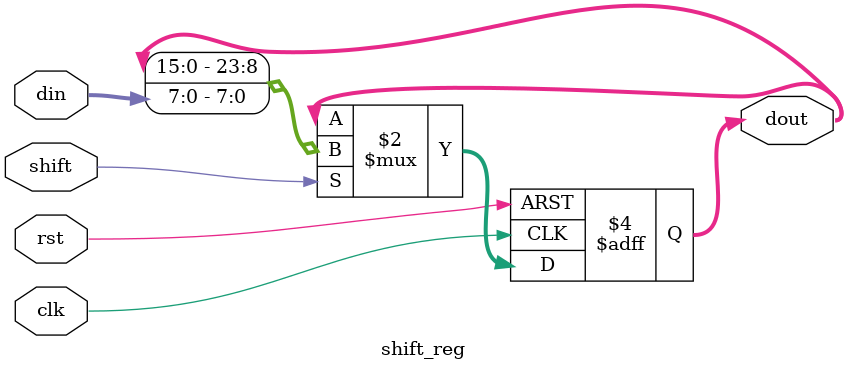
<source format=sv>
module shift_reg 
#(
	parameter DIN_WIDTH = 8,
	parameter DOUT_WIDTH = 24
)
(
	input logic clk, rst,
	input logic shift,
	input logic [DIN_WIDTH-1:0] din,
	output logic [DOUT_WIDTH-1:0] dout
);

always_ff @ (posedge clk or posedge rst) begin
	if (rst) begin
		dout <= '0;
	end else begin
		if (shift) begin
			dout <= {dout[DOUT_WIDTH-DIN_WIDTH-1:0], din};
		end
	end
end

endmodule
</source>
